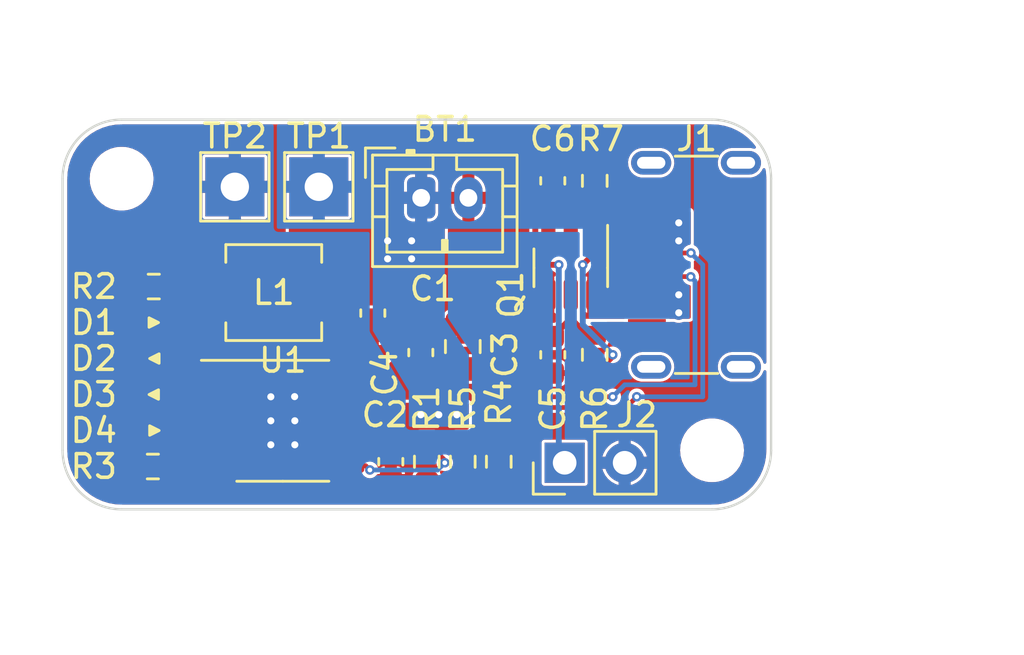
<source format=kicad_pcb>
(kicad_pcb (version 20211014) (generator pcbnew)
  (title_block (title "LiPoBCB V2") (date "2022-11-29") (rev "0"))
  (layers (0 "F.Cu" signal) (31 "B.Cu" signal) (34 "B.Paste" user) (35 "F.Paste" user) (36 "B.SilkS" user "B.Silkscreen") (37 "F.SilkS" user "F.Silkscreen") (38 "B.Mask" user) (39 "F.Mask" user) (44 "Edge.Cuts" user))
  (net 0 "")
  (net 1 "GND")
  (net 2 "Net-(C5-Pad1)")
  (net 3 "+5V")
  (net 4 "/BAT")
  (net 5 "/LED2")
  (net 6 "/SW")
  (net 7 "/ISET")
  (net 8 "/LED1")
  (net 9 "/LED3")
  (net 10 "/CC1")
  (net 11 "/CC2")
  (net 12 "Net-(C6-Pad2)")
  (net 13 "Net-(D1-Pad1)")
  (net 14 "Net-(D3-Pad1)")
  (net 15 "/SW_GATE")
  (net 16 "/VBUS")
  (footprint "Connector_JST:JST_PH_B2B-PH-K_1x02_P2.00mm_Vertical" (layer "F.Cu") (at 145.184478 53.310478)
    (fp_text reference "BT1" (at 1 -2.9) (layer "F.SilkS"))
    (fp_text value "Battery_Cell")
    (fp_line (start -2.06 0.8) (end -1.45 0.8) (layer "F.SilkS") (width 0.12))
    (fp_line (start 0.9 2.3) (end 0.9 1.8) (layer "F.SilkS") (width 0.12))
    (fp_line (start -2.06 2.91) (end 4.06 2.91) (layer "F.SilkS") (width 0.12))
    (fp_line (start 4.06 2.91) (end 4.06 -1.81) (layer "F.SilkS") (width 0.12))
    (fp_line (start 1 2.3) (end 1 1.8) (layer "F.SilkS") (width 0.12))
    (fp_line (start 3.45 2.3) (end 3.45 -1.2) (layer "F.SilkS") (width 0.12))
    (fp_line (start 4.06 0.8) (end 3.45 0.8) (layer "F.SilkS") (width 0.12))
    (fp_line (start 0.9 1.8) (end 1.1 1.8) (layer "F.SilkS") (width 0.12))
    (fp_line (start 4.06 -0.5) (end 3.45 -0.5) (layer "F.SilkS") (width 0.12))
    (fp_line (start -2.06 -1.81) (end -2.06 2.91) (layer "F.SilkS") (width 0.12))
    (fp_line (start -0.3 -1.91) (end -0.6 -1.91) (layer "F.SilkS") (width 0.12))
    (fp_line (start 3.45 -1.2) (end 1.5 -1.2) (layer "F.SilkS") (width 0.12))
    (fp_line (start 0.5 -1.81) (end 0.5 -1.2) (layer "F.SilkS") (width 0.12))
    (fp_line (start 1.1 1.8) (end 1.1 2.3) (layer "F.SilkS") (width 0.12))
    (fp_line (start -1.45 -1.2) (end -1.45 2.3) (layer "F.SilkS") (width 0.12))
    (fp_line (start 1.5 -1.2) (end 1.5 -1.81) (layer "F.SilkS") (width 0.12))
    (fp_line (start -0.3 -1.81) (end -0.3 -2.01) (layer "F.SilkS") (width 0.12))
    (fp_line (start 0.5 -1.2) (end -1.45 -1.2) (layer "F.SilkS") (width 0.12))
    (fp_line (start -2.36 -2.11) (end -2.36 -0.86) (layer "F.SilkS") (width 0.12))
    (fp_line (start -2.06 -0.5) (end -1.45 -0.5) (layer "F.SilkS") (width 0.12))
    (fp_line (start 4.06 -1.81) (end -2.06 -1.81) (layer "F.SilkS") (width 0.12))
    (fp_line (start -1.11 -2.11) (end -2.36 -2.11) (layer "F.SilkS") (width 0.12))
    (fp_line (start -1.45 2.3) (end 3.45 2.3) (layer "F.SilkS") (width 0.12))
    (fp_line (start -0.3 -2.01) (end -0.6 -2.01) (layer "F.SilkS") (width 0.12))
    (fp_line (start -0.6 -2.01) (end -0.6 -1.81) (layer "F.SilkS") (width 0.12))
    (pad "1" thru_hole roundrect (at 0 0) (size 1.2 1.75) (drill 0.75) (layers *.Cu *.Mask) (roundrect_rratio 0.208333) (net 4 "/BAT"))
    (pad "2" thru_hole oval (at 2 0) (size 1.2 1.75) (drill 0.75) (layers *.Cu *.Mask) (net 1 "GND"))
  )
  (footprint "Resistor_SMD:R_0603_1608Metric" (layer "F.Cu") (at 145.422478 64.484432 -90)
    (fp_text reference "R1" (at -2.241954 0 -90) (layer "F.SilkS"))
    (fp_text value "R")
    (fp_line (start -0.237258 0.5225) (end 0.237258 0.5225) (layer "F.SilkS") (width 0.12))
    (fp_line (start -0.237258 -0.5225) (end 0.237258 -0.5225) (layer "F.SilkS") (width 0.12))
    (pad "1" smd roundrect (at -0.825 0 270) (size 0.8 0.95) (layers "F.Cu" "F.Paste" "F.Mask") (net 7 "/ISET"))
    (pad "2" smd roundrect (at 0.825 0 270) (size 0.8 0.95) (layers "F.Cu" "F.Paste" "F.Mask") (net 1 "GND"))
  )
  (footprint "LiPoBCB-V2:D_0603_1608Metric" (layer "F.Cu") (at 133.862228 58.591478 180)
    (fp_text reference "D1" (at 2.54 0) (layer "F.SilkS"))
    (fp_text value "LED blue")
    (fp_poly (pts (xy 0.2 0.2) (xy -0.2 0) (xy 0.2 -0.2)) (layer "F.SilkS") (width 0.12) (fill solid))
    (pad "1" smd roundrect (at -0.7875 0 180) (size 0.875 0.95) (layers "F.Cu" "F.Paste" "F.Mask") (net 13 "Net-(D1-Pad1)"))
    (pad "2" smd roundrect (at 0.7875 0 180) (size 0.875 0.95) (layers "F.Cu" "F.Paste" "F.Mask") (net 5 "/LED2"))
  )
  (footprint "LiPoBCB-V2:D_0603_1608Metric" (layer "F.Cu") (at 133.862228 61.639478)
    (fp_text reference "D3" (at -2.54 0) (layer "F.SilkS"))
    (fp_text value "LED blue")
    (fp_poly (pts (xy 0.2 0.2) (xy -0.2 0) (xy 0.2 -0.2)) (layer "F.SilkS") (width 0.12) (fill solid))
    (pad "1" smd roundrect (at -0.7875 0) (size 0.875 0.95) (layers "F.Cu" "F.Paste" "F.Mask") (net 14 "Net-(D3-Pad1)"))
    (pad "2" smd roundrect (at 0.7875 0) (size 0.875 0.95) (layers "F.Cu" "F.Paste" "F.Mask") (net 5 "/LED2"))
  )
  (footprint "TestPoint:TestPoint_THTPad_2.5x2.5mm_Drill1.2mm" (layer "F.Cu") (at 137.294478 52.844478)
    (fp_text reference "TP2" (at 0 -2.148) (layer "F.SilkS"))
    (fp_text value "GND")
    (fp_line (start 1.45 -1.45) (end 1.45 1.45) (layer "F.SilkS") (width 0.12))
    (fp_line (start -1.45 1.45) (end -1.45 -1.45) (layer "F.SilkS") (width 0.12))
    (fp_line (start -1.45 -1.45) (end 1.45 -1.45) (layer "F.SilkS") (width 0.12))
    (fp_line (start 1.45 1.45) (end -1.45 1.45) (layer "F.SilkS") (width 0.12))
    (pad "1" thru_hole rect (at 0 0) (size 2.5 2.5) (drill 1.2) (layers *.Cu *.Mask) (net 1 "GND"))
  )
  (footprint "LiPoBCB-V2:D_0603_1608Metric" (layer "F.Cu") (at 133.887728 60.115478)
    (fp_text reference "D2" (at -2.5655 0) (layer "F.SilkS"))
    (fp_text value "LED blue")
    (fp_poly (pts (xy 0.2 0.2) (xy -0.2 0) (xy 0.2 -0.2)) (layer "F.SilkS") (width 0.12) (fill solid))
    (pad "1" smd roundrect (at -0.7875 0) (size 0.875 0.95) (layers "F.Cu" "F.Paste" "F.Mask") (net 5 "/LED2"))
    (pad "2" smd roundrect (at 0.7875 0) (size 0.875 0.95) (layers "F.Cu" "F.Paste" "F.Mask") (net 13 "Net-(D1-Pad1)"))
  )
  (footprint "Resistor_SMD:R_0603_1608Metric" (layer "F.Cu") (at 152.534478 59.956478 -90)
    (fp_text reference "R6" (at 2.286 0 -90) (layer "F.SilkS"))
    (fp_text value "100K")
    (fp_line (start -0.237258 -0.5225) (end 0.237258 -0.5225) (layer "F.SilkS") (width 0.12))
    (fp_line (start -0.237258 0.5225) (end 0.237258 0.5225) (layer "F.SilkS") (width 0.12))
    (pad "1" smd roundrect (at -0.825 0 270) (size 0.8 0.95) (layers "F.Cu" "F.Paste" "F.Mask") (net 2 "Net-(C5-Pad1)"))
    (pad "2" smd roundrect (at 0.825 0 270) (size 0.8 0.95) (layers "F.Cu" "F.Paste" "F.Mask") (net 15 "/SW_GATE"))
  )
  (footprint "Resistor_SMD:R_0603_1608Metric" (layer "F.Cu") (at 146.946478 64.484432 -90)
    (fp_text reference "R5" (at -2.241954 0 -90) (layer "F.SilkS"))
    (fp_text value "5K1")
    (fp_line (start -0.237258 -0.5225) (end 0.237258 -0.5225) (layer "F.SilkS") (width 0.12))
    (fp_line (start -0.237258 0.5225) (end 0.237258 0.5225) (layer "F.SilkS") (width 0.12))
    (pad "1" smd roundrect (at -0.825 0 270) (size 0.8 0.95) (layers "F.Cu" "F.Paste" "F.Mask") (net 10 "/CC1"))
    (pad "2" smd roundrect (at 0.825 0 270) (size 0.8 0.95) (layers "F.Cu" "F.Paste" "F.Mask") (net 1 "GND"))
  )
  (footprint "LiPoBCB-V2:D_0603_1608Metric" (layer "F.Cu") (at 133.887728 63.163478 180)
    (fp_text reference "D4" (at 2.5655 0) (layer "F.SilkS"))
    (fp_text value "LED blue")
    (fp_poly (pts (xy 0.2 0.2) (xy -0.2 0) (xy 0.2 -0.2)) (layer "F.SilkS") (width 0.12) (fill solid))
    (pad "1" smd roundrect (at -0.7875 0 180) (size 0.875 0.95) (layers "F.Cu" "F.Paste" "F.Mask") (net 5 "/LED2"))
    (pad "2" smd roundrect (at 0.7875 0 180) (size 0.875 0.95) (layers "F.Cu" "F.Paste" "F.Mask") (net 14 "Net-(D3-Pad1)"))
  )
  (footprint "Capacitor_SMD:C_0603_1608Metric" (layer "F.Cu") (at 150.756478 59.956478 -90)
    (fp_text reference "C5" (at 2.286 0 90) (layer "F.SilkS"))
    (fp_text value "100n")
    (fp_line (start -0.14058 -0.51) (end 0.14058 -0.51) (layer "F.SilkS") (width 0.12))
    (fp_line (start -0.14058 0.51) (end 0.14058 0.51) (layer "F.SilkS") (width 0.12))
    (pad "1" smd roundrect (at -0.775 0 270) (size 0.9 0.95) (layers "F.Cu" "F.Paste" "F.Mask") (net 2 "Net-(C5-Pad1)"))
    (pad "2" smd roundrect (at 0.775 0 270) (size 0.9 0.95) (layers "F.Cu" "F.Paste" "F.Mask") (net 15 "/SW_GATE"))
  )
  (footprint "Resistor_SMD:R_0603_1608Metric" (layer "F.Cu") (at 133.862228 57.067478 180)
    (fp_text reference "R2" (at 2.54 0) (layer "F.SilkS"))
    (fp_text value "1k")
    (fp_line (start -0.237258 0.5225) (end 0.237258 0.5225) (layer "F.SilkS") (width 0.12))
    (fp_line (start -0.237258 -0.5225) (end 0.237258 -0.5225) (layer "F.SilkS") (width 0.12))
    (pad "1" smd roundrect (at -0.825 0 180) (size 0.8 0.95) (layers "F.Cu" "F.Paste" "F.Mask") (net 8 "/LED1"))
    (pad "2" smd roundrect (at 0.825 0 180) (size 0.8 0.95) (layers "F.Cu" "F.Paste" "F.Mask") (net 13 "Net-(D1-Pad1)"))
  )
  (footprint "TestPoint:TestPoint_THTPad_2.5x2.5mm_Drill1.2mm" (layer "F.Cu") (at 140.850478 52.844478)
    (fp_text reference "TP1" (at 0 -2.148) (layer "F.SilkS"))
    (fp_text value "5V")
    (fp_line (start 1.45 1.45) (end -1.45 1.45) (layer "F.SilkS") (width 0.12))
    (fp_line (start 1.45 -1.45) (end 1.45 1.45) (layer "F.SilkS") (width 0.12))
    (fp_line (start -1.45 -1.45) (end 1.45 -1.45) (layer "F.SilkS") (width 0.12))
    (fp_line (start -1.45 1.45) (end -1.45 -1.45) (layer "F.SilkS") (width 0.12))
    (pad "1" thru_hole rect (at 0 0) (size 2.5 2.5) (drill 1.2) (layers *.Cu *.Mask) (net 16 "/VBUS"))
  )
  (footprint "Capacitor_SMD:C_0805_2012Metric" (layer "F.Cu") (at 146.946478 59.607478 90)
    (fp_text reference "C3" (at -0.349 1.778 270) (layer "F.SilkS"))
    (fp_text value "22 uF")
    (fp_line (start -0.261252 0.735) (end 0.261252 0.735) (layer "F.SilkS") (width 0.12))
    (fp_line (start -0.261252 -0.735) (end 0.261252 -0.735) (layer "F.SilkS") (width 0.12))
    (pad "1" smd roundrect (at -0.95 0 90) (size 1 1.45) (layers "F.Cu" "F.Paste" "F.Mask") (net 3 "+5V"))
    (pad "2" smd roundrect (at 0.95 0 90) (size 1 1.45) (layers "F.Cu" "F.Paste" "F.Mask") (net 1 "GND"))
  )
  (footprint "Package_TO_SOT_SMD:SOT-23-6" (layer "F.Cu") (at 151.518478 56.273478 -90)
    (fp_text reference "Q1" (at 1.143 2.54 90) (layer "F.SilkS"))
    (fp_text value "Q_Dual_PMOS_S1G1D2S2G2D1")
    (fp_line (start 0 -1.56) (end 0.8 -1.56) (layer "F.SilkS") (width 0.12))
    (fp_line (start 0 1.56) (end 0.8 1.56) (layer "F.SilkS") (width 0.12))
    (fp_line (start 0 -1.56) (end -1.8 -1.56) (layer "F.SilkS") (width 0.12))
    (fp_line (start 0 1.56) (end -0.8 1.56) (layer "F.SilkS") (width 0.12))
    (pad "1" smd roundrect (at -1.1375 -0.95 270) (size 1.325 0.6) (layers "F.Cu" "F.Paste" "F.Mask") (net 15 "/SW_GATE"))
    (pad "2" smd roundrect (at -1.1375 0 270) (size 1.325 0.6) (layers "F.Cu" "F.Paste" "F.Mask") (net 2 "Net-(C5-Pad1)"))
    (pad "3" smd roundrect (at -1.1375 0.95 270) (size 1.325 0.6) (layers "F.Cu" "F.Paste" "F.Mask") (net 15 "/SW_GATE"))
    (pad "4" smd roundrect (at 1.1375 0.95 270) (size 1.325 0.6) (layers "F.Cu" "F.Paste" "F.Mask") (net 3 "+5V"))
    (pad "5" smd roundrect (at 1.1375 0 270) (size 1.325 0.6) (layers "F.Cu" "F.Paste" "F.Mask") (net 2 "Net-(C5-Pad1)"))
    (pad "6" smd roundrect (at 1.1375 -0.95 270) (size 1.325 0.6) (layers "F.Cu" "F.Paste" "F.Mask") (net 16 "/VBUS"))
  )
  (footprint "Connector_PinHeader_2.54mm:PinHeader_1x02_P2.54mm_Vertical" (layer "F.Cu") (at 151.259478 64.528478 90)
    (fp_text reference "J2" (at 2.032 3.053 180) (layer "F.SilkS"))
    (fp_text value "Conn_01x02")
    (fp_line (start -1.33 -1.33) (end 0 -1.33) (layer "F.SilkS") (width 0.12))
    (fp_line (start -1.33 1.27) (end -1.33 3.87) (layer "F.SilkS") (width 0.12))
    (fp_line (start -1.33 3.87) (end 1.33 3.87) (layer "F.SilkS") (width 0.12))
    (fp_line (start 1.33 1.27) (end 1.33 3.87) (layer "F.SilkS") (width 0.12))
    (fp_line (start -1.33 0) (end -1.33 -1.33) (layer "F.SilkS") (width 0.12))
    (fp_line (start -1.33 1.27) (end 1.33 1.27) (layer "F.SilkS") (width 0.12))
    (pad "1" thru_hole rect (at 0 0 90) (size 1.7 1.7) (drill 1) (layers *.Cu *.Mask) (net 12 "Net-(C6-Pad2)"))
    (pad "2" thru_hole oval (at 0 2.54 90) (size 1.7 1.7) (drill 1) (layers *.Cu *.Mask) (net 1 "GND"))
  )
  (footprint "Resistor_SMD:R_0603_1608Metric" (layer "F.Cu") (at 152.534478 52.590478 90)
    (fp_text reference "R7" (at 1.778 0.254 180) (layer "F.SilkS"))
    (fp_text value "10K")
    (fp_line (start -0.237258 -0.5225) (end 0.237258 -0.5225) (layer "F.SilkS") (width 0.12))
    (fp_line (start -0.237258 0.5225) (end 0.237258 0.5225) (layer "F.SilkS") (width 0.12))
    (pad "1" smd roundrect (at -0.825 0 90) (size 0.8 0.95) (layers "F.Cu" "F.Paste" "F.Mask") (net 15 "/SW_GATE"))
    (pad "2" smd roundrect (at 0.825 0 90) (size 0.8 0.95) (layers "F.Cu" "F.Paste" "F.Mask") (net 12 "Net-(C6-Pad2)"))
  )
  (footprint "MountingHole:MountingHole_2.2mm_M2_ISO14580" (layer "F.Cu") (at 132.5 52.5)
    (fp_text reference "H2" hide)
    (fp_text value "MountingHole")
    (pad "" np_thru_hole circle (at 0 0) (size 2.2 2.2) (drill 2.2) (layers *.Cu *.Mask))
  )
  (footprint "LiPoBCB-V2:Korean Hroparts Elec TYPE-C-31-M-17" (layer "F.Cu") (at 154.742978 56.146478 90)
    (fp_text reference "J1" (at 5.334 2.1095 unlocked) (layer "F.SilkS"))
    (fp_text value "USB-C_6_pin_receptacle")
    (fp_line (start -4.6 1.2) (end -4.6 3) (layer "F.SilkS") (width 0.12))
    (fp_line (start 4.6 1.2) (end 4.6 3) (layer "F.SilkS") (width 0.12))
    (pad "1" thru_hole oval (at -4.32 0.18 90) (size 1 1.7) (drill oval 0.5 1.2) (layers *.Cu *.Mask))
    (pad "2" thru_hole oval (at -4.32 3.98 90) (size 1 1.7) (drill oval 0.5 1.2) (layers *.Cu *.Mask))
    (pad "3" thru_hole oval (at 4.32 3.98 90) (size 1 1.7) (drill oval 0.5 1.2) (layers *.Cu *.Mask))
    (pad "4" thru_hole oval (at 4.32 0.18 90) (size 1 1.7) (drill oval 0.5 1.2) (layers *.Cu *.Mask))
    (pad "A5" smd rect (at -0.5 0 90) (size 0.7 1.6) (layers "F.Cu" "F.Paste" "F.Mask") (net 10 "/CC1"))
    (pad "A9" smd rect (at 1.52 0 90) (size 0.8 1.6) (layers "F.Cu" "F.Paste" "F.Mask") (net 16 "/VBUS"))
    (pad "A12" smd rect (at 2.75 0 90) (size 0.9 1.6) (layers "F.Cu" "F.Paste" "F.Mask") (net 1 "GND"))
    (pad "B5" smd rect (at 0.5 0 90) (size 0.7 1.6) (layers "F.Cu" "F.Paste" "F.Mask") (net 11 "/CC2"))
    (pad "B9" smd rect (at -1.52 0 90) (size 0.8 1.6) (layers "F.Cu" "F.Paste" "F.Mask") (net 16 "/VBUS"))
    (pad "B12" smd rect (at -2.75 0 90) (size 0.9 1.6) (layers "F.Cu" "F.Paste" "F.Mask") (net 1 "GND"))
  )
  (footprint "Capacitor_SMD:C_0603_1608Metric" (layer "F.Cu") (at 150.756478 52.590478 90)
    (fp_text reference "C6" (at 1.778 0 180) (layer "F.SilkS"))
    (fp_text value "100n")
    (fp_line (start -0.14058 0.51) (end 0.14058 0.51) (layer "F.SilkS") (width 0.12))
    (fp_line (start -0.14058 -0.51) (end 0.14058 -0.51) (layer "F.SilkS") (width 0.12))
    (pad "1" smd roundrect (at -0.775 0 90) (size 0.9 0.95) (layers "F.Cu" "F.Paste" "F.Mask") (net 15 "/SW_GATE"))
    (pad "2" smd roundrect (at 0.775 0 90) (size 0.9 0.95) (layers "F.Cu" "F.Paste" "F.Mask") (net 12 "Net-(C6-Pad2)"))
  )
  (footprint "LiPoBCB-V2:L_smd_1616" (layer "F.Cu") (at 138.942228 57.321478)
    (fp_text reference "L1" (at 0 0 unlocked) (layer "F.SilkS"))
    (fp_text value "1 uH")
    (fp_line (start 2.03 2.03) (end 2.03 1.28) (layer "F.SilkS") (width 0.12))
    (fp_line (start 2.03 -2.03) (end 2.03 -1.28) (layer "F.SilkS") (width 0.12))
    (fp_line (start -2.03 2.03) (end -2.03 1.28) (layer "F.SilkS") (width 0.12))
    (fp_line (start -2.03 -2.03) (end -2.03 -1.28) (layer "F.SilkS") (width 0.12))
    (fp_line (start -2.03 2.03) (end 2.03 2.03) (layer "F.SilkS") (width 0.12))
    (fp_line (start -2.03 -2.03) (end 2.03 -2.03) (layer "F.SilkS") (width 0.12))
    (pad "1" smd roundrect (at -1.89225 0) (size 1.8545 2.286) (layers "F.Cu" "F.Paste" "F.Mask") (roundrect_rratio 0.05392289027) (net 6 "/SW"))
    (pad "2" smd roundrect (at 1.89225 0) (size 1.8545 2.286) (layers "F.Cu" "F.Paste" "F.Mask") (roundrect_rratio 0.05392289027) (net 4 "/BAT"))
  )
  (footprint "Capacitor_SMD:C_0603_1608Metric" (layer "F.Cu") (at 143.136478 58.191478 90)
    (fp_text reference "C4" (at -2.54 0.508 90) (layer "F.SilkS"))
    (fp_text value "10 uF")
    (fp_line (start -0.14058 -0.51) (end 0.14058 -0.51) (layer "F.SilkS") (width 0.12))
    (fp_line (start -0.14058 0.51) (end 0.14058 0.51) (layer "F.SilkS") (width 0.12))
    (pad "1" smd roundrect (at -0.775 0 90) (size 0.9 0.95) (layers "F.Cu" "F.Paste" "F.Mask") (net 1 "GND"))
    (pad "2" smd roundrect (at 0.775 0 90) (size 0.9 0.95) (layers "F.Cu" "F.Paste" "F.Mask") (net 4 "/BAT"))
  )
  (footprint "Capacitor_SMD:C_0603_1608Metric" (layer "F.Cu") (at 145.168478 59.861478 90)
    (fp_text reference "C1" (at 2.699 0.508 180) (layer "F.SilkS"))
    (fp_text value "10 uF")
    (fp_line (start -0.14058 0.51) (end 0.14058 0.51) (layer "F.SilkS") (width 0.12))
    (fp_line (start -0.14058 -0.51) (end 0.14058 -0.51) (layer "F.SilkS") (width 0.12))
    (pad "1" smd roundrect (at -0.775 0 90) (size 0.9 0.95) (layers "F.Cu" "F.Paste" "F.Mask") (net 3 "+5V"))
    (pad "2" smd roundrect (at 0.775 0 90) (size 0.9 0.95) (layers "F.Cu" "F.Paste" "F.Mask") (net 1 "GND"))
  )
  (footprint "Resistor_SMD:R_0603_1608Metric" (layer "F.Cu") (at 148.470478 64.484432 -90)
    (fp_text reference "R4" (at -2.495954 0 90) (layer "F.SilkS"))
    (fp_text value "5K1")
    (fp_line (start -0.237258 -0.5225) (end 0.237258 -0.5225) (layer "F.SilkS") (width 0.12))
    (fp_line (start -0.237258 0.5225) (end 0.237258 0.5225) (layer "F.SilkS") (width 0.12))
    (pad "1" smd roundrect (at -0.825 0 270) (size 0.8 0.95) (layers "F.Cu" "F.Paste" "F.Mask") (net 11 "/CC2"))
    (pad "2" smd roundrect (at 0.825 0 270) (size 0.8 0.95) (layers "F.Cu" "F.Paste" "F.Mask") (net 1 "GND"))
  )
  (footprint "Capacitor_SMD:C_0603_1608Metric" (layer "F.Cu") (at 143.898478 64.484432 -90)
    (fp_text reference "C2" (at -1.987954 0.254 180) (layer "F.SilkS"))
    (fp_text value "4.7 uF")
    (fp_line (start -0.14058 -0.51) (end 0.14058 -0.51) (layer "F.SilkS") (width 0.12))
    (fp_line (start -0.14058 0.51) (end 0.14058 0.51) (layer "F.SilkS") (width 0.12))
    (pad "1" smd roundrect (at -0.775 0 270) (size 0.9 0.95) (layers "F.Cu" "F.Paste" "F.Mask") (net 4 "/BAT"))
    (pad "2" smd roundrect (at 0.775 0 270) (size 0.9 0.95) (layers "F.Cu" "F.Paste" "F.Mask") (net 1 "GND"))
  )
  (footprint "Resistor_SMD:R_0603_1608Metric" (layer "F.Cu") (at 133.823978 64.687478 180)
    (fp_text reference "R3" (at 2.50175 0) (layer "F.SilkS"))
    (fp_text value "1k")
    (fp_line (start -0.237258 -0.5225) (end 0.237258 -0.5225) (layer "F.SilkS") (width 0.12))
    (fp_line (start -0.237258 0.5225) (end 0.237258 0.5225) (layer "F.SilkS") (width 0.12))
    (pad "1" smd roundrect (at -0.825 0 180) (size 0.8 0.95) (layers "F.Cu" "F.Paste" "F.Mask") (net 9 "/LED3"))
    (pad "2" smd roundrect (at 0.825 0 180) (size 0.8 0.95) (layers "F.Cu" "F.Paste" "F.Mask") (net 14 "Net-(D3-Pad1)"))
  )
  (footprint "MountingHole:MountingHole_2.2mm_M2_ISO14580" (layer "F.Cu") (at 157.5 64)
    (fp_text reference "H1" hide)
    (fp_text value "MountingHole")
    (pad "" np_thru_hole circle (at 0 0) (size 2.2 2.2) (drill 2.2) (layers *.Cu *.Mask))
  )
  (footprint "Package_SO:SOIC-8-1EP_3.9x4.9mm_P1.27mm_EP2.29x3mm" (layer "F.Cu") (at 139.326478 62.750478)
    (fp_text reference "U1" (at 0 -2.56) (layer "F.SilkS"))
    (fp_text value "ETA9740")
    (fp_line (start 0 -2.56) (end 1.95 -2.56) (layer "F.SilkS") (width 0.12))
    (fp_line (start 0 2.56) (end 1.95 2.56) (layer "F.SilkS") (width 0.12))
    (fp_line (start 0 2.56) (end -1.95 2.56) (layer "F.SilkS") (width 0.12))
    (fp_line (start 0 -2.56) (end -3.45 -2.56) (layer "F.SilkS") (width 0.12))
    (pad "1" smd roundrect (at -2.475 -1.905) (size 1.95 0.6) (layers "F.Cu" "F.Paste" "F.Mask") (net 6 "/SW"))
    (pad "2" smd roundrect (at -2.475 -0.635) (size 1.95 0.6) (layers "F.Cu" "F.Paste" "F.Mask") (net 8 "/LED1"))
    (pad "3" smd roundrect (at -2.475 0.635) (size 1.95 0.6) (layers "F.Cu" "F.Paste" "F.Mask") (net 5 "/LED2"))
    (pad "4" smd roundrect (at -2.475 1.905) (size 1.95 0.6) (layers "F.Cu" "F.Paste" "F.Mask") (net 9 "/LED3"))
    (pad "5" smd roundrect (at 2.475 1.905) (size 1.95 0.6) (layers "F.Cu" "F.Paste" "F.Mask") (net 7 "/ISET"))
    (pad "6" smd roundrect (at 2.475 0.635) (size 1.95 0.6) (layers "F.Cu" "F.Paste" "F.Mask") (net 4 "/BAT"))
    (pad "7" smd roundrect (at 2.475 -0.635) (size 1.95 0.6) (layers "F.Cu" "F.Paste" "F.Mask") (net 3 "+5V"))
    (pad "8" smd roundrect (at 2.475 -1.905) (size 1.95 0.6) (layers "F.Cu" "F.Paste" "F.Mask") (net 1 "GND"))
    (pad "9" smd rect (at 0 0) (size 2.29 3) (layers "F.Cu" "F.Mask") (net 1 "GND"))
  )
  (gr_arc (start 160 64) (mid 159.267767 65.767767) (end 157.5 66.5) (layer "Edge.Cuts") (width 0.1))
  (gr_line (start 132.5 66.5) (end 157.5 66.5) (layer "Edge.Cuts") (width 0.1))
  (gr_line (start 160 64) (end 160 52.5) (layer "Edge.Cuts") (width 0.1))
  (gr_arc (start 157.5 50) (mid 159.267767 50.732233) (end 160 52.5) (layer "Edge.Cuts") (width 0.1))
  (gr_arc (start 130 52.5) (mid 130.732233 50.732233) (end 132.5 50) (layer "Edge.Cuts") (width 0.1))
  (gr_line (start 130 52.5) (end 130 64) (layer "Edge.Cuts") (width 0.1))
  (gr_arc (start 132.5 66.5) (mid 130.732233 65.767767) (end 130 64) (layer "Edge.Cuts") (width 0.1))
  (gr_line (start 157.5 50) (end 132.5 50) (layer "Edge.Cuts") (width 0.1))
  (segment (start 141.231478 60.845478) (end 141.801478 60.845478) (width 0.25) (layer "F.Cu") (net 1))
  (segment (start 145.372478 65.259432) (end 145.422478 65.309432) (width 0.25) (layer "F.Cu") (net 1))
  (segment (start 145.425228 59.207478) (end 145.546228 59.086478) (width 0.25) (layer "F.Cu") (net 1))
  (segment (start 147.184478 58.517728) (end 147.324228 58.657478) (width 0.25) (layer "F.Cu") (net 1))
  (segment (start 147.184478 53.082478) (end 147.184478 53.310478) (width 0.25) (layer "F.Cu") (net 1))
  (via (at 139.834478 63.766478) (size 0.6) (drill 0.3) (layers "F.Cu" "B.Cu") (net 1))
  (via (at 139.825373 61.727733) (size 0.6) (drill 0.3) (layers "F.Cu" "B.Cu") (net 1))
  (via (at 138.818478 61.734478) (size 0.6) (drill 0.3) (layers "F.Cu" "B.Cu") (net 1))
  (via (at 138.818478 62.750478) (size 0.6) (drill 0.3) (layers "F.Cu" "B.Cu") (net 1))
  (via (at 138.818478 63.766478) (size 0.6) (drill 0.3) (layers "F.Cu" "B.Cu") (net 1))
  (via (at 139.834478 62.750478) (size 0.6) (drill 0.3) (layers "F.Cu" "B.Cu") (net 1))
  (segment (start 151.518478 55.135978) (end 151.518478 57.410978) (width 0.25) (layer "F.Cu") (net 2))
  (segment (start 151.518478 58.419478) (end 151.518478 57.410978) (width 0.25) (layer "F.Cu") (net 2))
  (segment (start 152.534478 59.131478) (end 152.230478 59.131478) (width 0.25) (layer "F.Cu") (net 2))
  (segment (start 152.230478 59.131478) (end 151.518478 58.419478) (width 0.25) (layer "F.Cu") (net 2))
  (segment (start 150.756478 59.181478) (end 151.518478 58.419478) (width 0.25) (layer "F.Cu") (net 2))
  (segment (start 142.501478 62.115478) (end 141.801478 62.115478) (width 0.25) (layer "F.Cu") (net 3))
  (segment (start 147.245228 60.636478) (end 147.324228 60.557478) (width 0.25) (layer "F.Cu") (net 3))
  (segment (start 150.568478 57.410978) (end 150.470728 57.410978) (width 0.25) (layer "F.Cu") (net 3))
  (segment (start 143.149478 57.670478) (end 143.136478 57.657478) (width 0.25) (layer "F.Cu") (net 4))
  (segment (start 143.663478 63.944432) (end 143.898478 63.709432) (width 0.25) (layer "F.Cu") (net 4))
  (via (at 144.78 55.892478) (size 0.6) (drill 0.3) (layers "F.Cu" "B.Cu") (net 4))
  (via (at 145.168478 62.496478) (size 0.6) (drill 0.3) (layers "F.Cu" "B.Cu") (net 4))
  (via (at 143.764 55.130478) (size 0.6) (drill 0.3) (layers "F.Cu" "B.Cu") (net 4))
  (via (at 144.78 55.130478) (size 0.6) (drill 0.3) (layers "F.Cu" "B.Cu") (net 4))
  (via (at 143.764 55.892478) (size 0.6) (drill 0.3) (layers "F.Cu" "B.Cu") (net 4))
  (via (at 146.692478 62.496478) (size 0.6) (drill 0.3) (layers "F.Cu" "B.Cu") (net 4))
  (via (at 145.930478 62.496478) (size 0.6) (drill 0.3) (layers "F.Cu" "B.Cu") (net 4))
  (segment (start 133.125728 60.115478) (end 134.649728 61.639478) (width 0.25) (layer "F.Cu") (net 5))
  (segment (start 134.649728 63.137978) (end 134.675228 63.163478) (width 0.25) (layer "F.Cu") (net 5))
  (segment (start 133.074728 60.089978) (end 133.100228 60.115478) (width 0.25) (layer "F.Cu") (net 5))
  (segment (start 136.851478 63.385478) (end 134.897228 63.385478) (width 0.25) (layer "F.Cu") (net 5))
  (segment (start 134.649728 61.639478) (end 134.649728 63.137978) (width 0.25) (layer "F.Cu") (net 5))
  (segment (start 133.074728 58.591478) (end 133.074728 60.089978) (width 0.25) (layer "F.Cu") (net 5))
  (segment (start 134.897228 63.385478) (end 134.675228 63.163478) (width 0.25) (layer "F.Cu") (net 5))
  (segment (start 133.100228 60.115478) (end 133.125728 60.115478) (width 0.25) (layer "F.Cu") (net 5))
  (segment (start 142.834774 64.655478) (end 141.801478 64.655478) (width 0.2) (layer "F.Cu") (net 7))
  (segment (start 143.012728 64.833432) (end 142.834774 64.655478) (width 0.2) (layer "F.Cu") (net 7))
  (segment (start 146.184478 64.528478) (end 146.184478 64.421432) (width 0.2) (layer "F.Cu") (net 7))
  (segment (start 146.184478 64.421432) (end 145.422478 63.659432) (width 0.2) (layer "F.Cu") (net 7))
  (via (at 143.012728 64.833432) (size 0.4) (drill 0.2) (layers "F.Cu" "B.Cu") (net 7))
  (via (at 146.184478 64.528478) (size 0.4) (drill 0.2) (layers "F.Cu" "B.Cu") (net 7))
  (segment (start 146.184478 64.528478) (end 145.879524 64.833432) (width 0.2) (layer "B.Cu") (net 7))
  (segment (start 145.879524 64.833432) (end 143.012728 64.833432) (width 0.2) (layer "B.Cu") (net 7))
  (segment (start 135.551478 61.192229) (end 136.474727 62.115478) (width 0.25) (layer "F.Cu") (net 8))
  (segment (start 134.687228 57.067478) (end 135.551478 57.931728) (width 0.25) (layer "F.Cu") (net 8))
  (segment (start 135.551478 57.931728) (end 135.551478 61.192229) (width 0.25) (layer "F.Cu") (net 8))
  (segment (start 136.474727 62.115478) (end 136.851478 62.115478) (width 0.25) (layer "F.Cu") (net 8))
  (segment (start 136.851478 64.655478) (end 134.680978 64.655478) (width 0.25) (layer "F.Cu") (net 9))
  (segment (start 134.680978 64.655478) (end 134.648978 64.687478) (width 0.25) (layer "F.Cu") (net 9))
  (segment (start 156.590478 56.646478) (end 154.742978 56.646478) (width 0.2) (layer "F.Cu") (net 10))
  (segment (start 146.946478 63.659432) (end 147.573478 63.032432) (width 0.2) (layer "F.Cu") (net 10))
  (segment (start 156.598478 56.654478) (end 156.590478 56.646478) (width 0.2) (layer "F.Cu") (net 10))
  (segment (start 147.573478 63.032432) (end 148.442524 63.032432) (width 0.2) (layer "F.Cu") (net 10))
  (segment (start 148.442524 63.032432) (end 149.740478 61.734478) (width 0.2) (layer "F.Cu") (net 10))
  (segment (start 149.740478 61.734478) (end 153.296478 61.734478) (width 0.2) (layer "F.Cu") (net 10))
  (via (at 156.598478 56.654478) (size 0.4) (drill 0.2) (layers "F.Cu" "B.Cu") (net 10))
  (via (at 153.296478 61.734478) (size 0.4) (drill 0.2) (layers "F.Cu" "B.Cu") (net 10))
  (segment (start 156.779478 56.835478) (end 156.779478 61.226478) (width 0.2) (layer "B.Cu") (net 10))
  (segment (start 156.598478 56.654478) (end 156.779478 56.835478) (width 0.2) (layer "B.Cu") (net 10))
  (segment (start 156.779478 61.226478) (end 153.804478 61.226478) (width 0.2) (layer "B.Cu") (net 10))
  (segment (start 153.804478 61.226478) (end 153.296478 61.734478) (width 0.2) (layer "B.Cu") (net 10))
  (segment (start 148.470478 63.659432) (end 148.577524 63.659432) (width 0.2) (layer "F.Cu") (net 11))
  (segment (start 148.577524 63.659432) (end 150.048478 62.188478) (width 0.2) (layer "F.Cu") (net 11))
  (segment (start 150.048478 62.188478) (end 153.858478 62.188478) (width 0.2) (layer "F.Cu") (net 11))
  (segment (start 156.606478 55.646478) (end 154.742978 55.646478) (width 0.2) (layer "F.Cu") (net 11))
  (segment (start 153.858478 62.188478) (end 154.312478 61.734478) (width 0.2) (layer "F.Cu") (net 11))
  (via (at 154.312478 61.734478) (size 0.4) (drill 0.2) (layers "F.Cu" "B.Cu") (net 11))
  (via (at 156.606478 55.646478) (size 0.4) (drill 0.2) (layers "F.Cu" "B.Cu") (net 11))
  (segment (start 157.106478 56.146478) (end 157.106478 61.734478) (width 0.2) (layer "B.Cu") (net 11))
  (segment (start 157.106478 61.734478) (end 154.312478 61.734478) (width 0.2) (layer "B.Cu") (net 11))
  (segment (start 156.606478 55.646478) (end 157.106478 56.146478) (width 0.2) (layer "B.Cu") (net 11))
  (segment (start 150.016478 55.914478) (end 150.016478 52.555478) (width 0.25) (layer "F.Cu") (net 12))
  (segment (start 151.010478 56.146478) (end 150.248478 56.146478) (width 0.25) (layer "F.Cu") (net 12))
  (segment (start 150.248478 56.146478) (end 150.016478 55.914478) (width 0.25) (layer "F.Cu") (net 12))
  (segment (start 152.484478 51.815478) (end 152.534478 51.765478) (width 0.25) (layer "F.Cu") (net 12))
  (segment (start 150.016478 52.555478) (end 150.756478 51.815478) (width 0.25) (layer "F.Cu") (net 12))
  (segment (start 150.756478 51.815478) (end 152.484478 51.815478) (width 0.25) (layer "F.Cu") (net 12))
  (segment (start 150.756478 51.815478) (end 150.515478 51.815478) (width 0.25) (layer "F.Cu") (net 12))
  (via (at 151.010478 56.146478) (size 0.4) (drill 0.2) (layers "F.Cu" "B.Cu") (net 12))
  (segment (start 151.010478 56.146478) (end 151.010478 64.279478) (width 0.25) (layer "B.Cu") (net 12))
  (segment (start 151.010478 64.279478) (end 151.259478 64.528478) (width 0.25) (layer "B.Cu") (net 12))
  (segment (start 133.125728 57.067478) (end 134.649728 58.591478) (width 0.25) (layer "F.Cu") (net 13))
  (segment (start 134.649728 58.591478) (end 134.649728 60.089978) (width 0.25) (layer "F.Cu") (net 13))
  (segment (start 134.649728 60.089978) (end 134.675228 60.115478) (width 0.25) (layer "F.Cu") (net 13))
  (segment (start 133.037228 57.067478) (end 133.125728 57.067478) (width 0.25) (layer "F.Cu") (net 13))
  (segment (start 133.074728 61.639478) (end 133.074728 63.137978) (width 0.25) (layer "F.Cu") (net 14))
  (segment (start 133.074728 63.137978) (end 133.100228 63.163478) (width 0.25) (layer "F.Cu") (net 14))
  (segment (start 132.998978 64.687478) (end 132.998978 63.264728) (width 0.25) (layer "F.Cu") (net 14))
  (segment (start 132.998978 63.264728) (end 133.100228 63.163478) (width 0.25) (layer "F.Cu") (net 14))
  (segment (start 150.568478 53.553478) (end 150.756478 53.365478) (width 0.25) (layer "F.Cu") (net 15))
  (segment (start 152.026478 56.146478) (end 152.468478 55.704478) (width 0.25) (layer "F.Cu") (net 15))
  (segment (start 153.296478 60.019478) (end 152.534478 60.781478) (width 0.25) (layer "F.Cu") (net 15))
  (segment (start 150.756478 60.731478) (end 152.484478 60.731478) (width 0.25) (layer "F.Cu") (net 15))
  (segment (start 152.468478 55.704478) (end 152.468478 55.135978) (width 0.25) (layer "F.Cu") (net 15))
  (segment (start 152.534478 55.069978) (end 152.468478 55.135978) (width 0.25) (layer "F.Cu") (net 15))
  (segment (start 150.568478 55.135978) (end 150.568478 53.553478) (width 0.25) (layer "F.Cu") (net 15))
  (segment (start 150.743478 60.718478) (end 150.756478 60.731478) (width 0.25) (layer "F.Cu") (net 15))
  (segment (start 152.534478 53.415478) (end 152.534478 55.069978) (width 0.25) (layer "F.Cu") (net 15))
  (segment (start 150.806478 53.415478) (end 150.756478 53.365478) (width 0.25) (layer "F.Cu") (net 15))
  (segment (start 152.534478 53.415478) (end 150.806478 53.415478) (width 0.25) (layer "F.Cu") (net 15))
  (segment (start 153.296478 59.956478) (end 153.296478 60.019478) (width 0.25) (layer "F.Cu") (net 15))
  (segment (start 152.484478 60.731478) (end 152.534478 60.781478) (width 0.25) (layer "F.Cu") (net 15))
  (via (at 152.026478 56.146478) (size 0.4) (drill 0.2) (layers "F.Cu" "B.Cu") (net 15))
  (via (at 153.296478 59.956478) (size 0.4) (drill 0.2) (layers "F.Cu" "B.Cu") (net 15))
  (segment (start 152.026478 56.146478) (end 152.026478 58.686478) (width 0.25) (layer "B.Cu") (net 15))
  (segment (start 152.026478 58.686478) (end 153.296478 59.956478) (width 0.25) (layer "B.Cu") (net 15))
  (segment (start 154.487478 57.410978) (end 154.742978 57.666478) (width 0.25) (layer "F.Cu") (net 16))
  (via (at 156.090478 57.416478) (size 0.6) (drill 0.3) (layers "F.Cu" "B.Cu") (net 16))
  (via (at 156.090478 55.130478) (size 0.6) (drill 0.3) (layers "F.Cu" "B.Cu") (net 16))
  (via (at 156.090478 54.368478) (size 0.6) (drill 0.3) (layers "F.Cu" "B.Cu") (net 16))
  (via (at 156.090478 58.178478) (size 0.6) (drill 0.3) (layers "F.Cu" "B.Cu") (net 16))
  (zone (net 1) (net_name "GND") (layers F&B.Cu) (connect_pads (clearance 0.127)) (min_thickness 0.127) (fill yes (thermal_gap 0.127) (thermal_bridge_width 0.508))
    (polygon (pts (xy 161.678478 68.338478) (xy 128.658478 68.084478) (xy 128.658478 48.018478) (xy 161.678478 48.018478)))
  )
  (zone (net 3) (net_name "+5V") (layer "F.Cu") (priority 1) (connect_pads (clearance 0.127)) (min_thickness 0.127) (fill yes (thermal_gap 0.127) (thermal_bridge_width 0.508))
    (polygon (pts (xy 150.886728 58.686478) (xy 149.870728 58.686478) (xy 149.870728 61.988478) (xy 144.152478 61.988478) (xy 143.390478 62.750478) (xy 141.488728 62.750478) (xy 141.488728 61.480478) (xy 142.758728 61.480478) (xy 144.406478 59.702478) (xy 147.32 59.607478) (xy 149.352 56.400478) (xy 150.886728 56.400478)))
  )
  (zone (net 4) (net_name "/BAT") (layer "F.Cu") (priority 1) (connect_pads (clearance 0.127)) (min_thickness 0.127) (fill yes (thermal_gap 0.127) (thermal_bridge_width 0.508))
    (polygon (pts (xy 146.184444 55.12389) (xy 143.764 57.912) (xy 141.985966 57.91789) (xy 141.985966 58.667412) (xy 139.580444 58.67989) (xy 139.580444 53.85389) (xy 142.120444 53.85389) (xy 142.120444 51.56789) (xy 146.184444 51.56789)))
  )
  (zone (net 4) (net_name "/BAT") (layer "F.Cu") (priority 2) (connect_pads (clearance 0.127)) (min_thickness 0.127) (fill yes (thermal_gap 0.127) (thermal_bridge_width 0.508))
    (polygon (pts (xy 147.200478 63.258478) (xy 144.914478 63.258478) (xy 144.914478 64.274478) (xy 140.596478 64.274478) (xy 140.596478 62.750478) (xy 143.390478 62.750478) (xy 144.152478 61.988478) (xy 147.200478 61.988478)))
  )
  (zone (net 6) (net_name "/SW") (layer "F.Cu") (priority 1) (connect_pads (clearance 0.127)) (min_thickness 0.127) (fill yes (thermal_gap 0.127) (thermal_bridge_width 0.508))
    (polygon (pts (xy 138.310478 61.226478) (xy 135.770478 61.226478) (xy 135.770478 55.892478) (xy 138.310478 55.892478)))
  )
  (zone (net 16) (net_name "/VBUS") (layer "F.Cu") (priority 1) (connect_pads (clearance 0.127)) (min_thickness 0.127) (fill yes (thermal_gap 0.127) (thermal_bridge_width 0.508))
    (polygon (pts (xy 156.598478 58.432478) (xy 152.026478 58.432478) (xy 152.026478 56.654478) (xy 152.788478 55.892478) (xy 152.788478 53.860478) (xy 156.598478 53.860478)))
  )
  (zone (net 16) (net_name "/VBUS") (layer "B.Cu") (priority 1) (connect_pads (clearance 0.127)) (min_thickness 0.127) (fill yes (thermal_gap 0.127) (thermal_bridge_width 0.508))
    (polygon (pts (xy 156.598478 49.796478) (xy 156.598478 58.432478) (xy 152.026478 58.432478) (xy 152.026478 54.622478) (xy 139.072478 54.622478) (xy 139.072478 49.796478)))
  )
  (zone (net 4) (net_name "/BAT") (layer "B.Cu") (priority 1) (connect_pads (clearance 0.127)) (min_thickness 0.127) (fill yes (thermal_gap 0.127) (thermal_bridge_width 0.508))
    (polygon (pts (xy 146.184478 58.432478) (xy 147.200478 59.956478) (xy 147.200478 63.004478) (xy 144.660478 63.004478) (xy 144.660478 61.480478) (xy 143.136478 58.940478) (xy 143.136478 51.828478) (xy 146.184478 51.828478)))
  )
)
</source>
